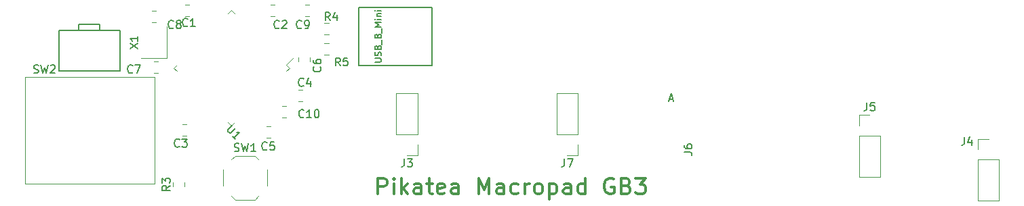
<source format=gbr>
%TF.GenerationSoftware,KiCad,Pcbnew,(5.1.5)-3*%
%TF.CreationDate,2021-05-14T13:57:35-05:00*%
%TF.ProjectId,Pikatea Macropad GB3,50696b61-7465-4612-904d-6163726f7061,rev?*%
%TF.SameCoordinates,Original*%
%TF.FileFunction,Legend,Top*%
%TF.FilePolarity,Positive*%
%FSLAX46Y46*%
G04 Gerber Fmt 4.6, Leading zero omitted, Abs format (unit mm)*
G04 Created by KiCad (PCBNEW (5.1.5)-3) date 2021-05-14 13:57:35*
%MOMM*%
%LPD*%
G04 APERTURE LIST*
%ADD10C,0.150000*%
%ADD11C,0.300000*%
%ADD12C,0.200000*%
%ADD13C,0.203200*%
%ADD14C,0.120000*%
G04 APERTURE END LIST*
D10*
X172735904Y-101004666D02*
X173212095Y-101004666D01*
X172640666Y-101290380D02*
X172974000Y-100290380D01*
X173307333Y-101290380D01*
D11*
X136368333Y-112918761D02*
X136368333Y-110918761D01*
X137130238Y-110918761D01*
X137320714Y-111014000D01*
X137415952Y-111109238D01*
X137511190Y-111299714D01*
X137511190Y-111585428D01*
X137415952Y-111775904D01*
X137320714Y-111871142D01*
X137130238Y-111966380D01*
X136368333Y-111966380D01*
X138368333Y-112918761D02*
X138368333Y-111585428D01*
X138368333Y-110918761D02*
X138273095Y-111014000D01*
X138368333Y-111109238D01*
X138463571Y-111014000D01*
X138368333Y-110918761D01*
X138368333Y-111109238D01*
X139320714Y-112918761D02*
X139320714Y-110918761D01*
X139511190Y-112156857D02*
X140082619Y-112918761D01*
X140082619Y-111585428D02*
X139320714Y-112347333D01*
X141796904Y-112918761D02*
X141796904Y-111871142D01*
X141701666Y-111680666D01*
X141511190Y-111585428D01*
X141130238Y-111585428D01*
X140939761Y-111680666D01*
X141796904Y-112823523D02*
X141606428Y-112918761D01*
X141130238Y-112918761D01*
X140939761Y-112823523D01*
X140844523Y-112633047D01*
X140844523Y-112442571D01*
X140939761Y-112252095D01*
X141130238Y-112156857D01*
X141606428Y-112156857D01*
X141796904Y-112061619D01*
X142463571Y-111585428D02*
X143225476Y-111585428D01*
X142749285Y-110918761D02*
X142749285Y-112633047D01*
X142844523Y-112823523D01*
X143035000Y-112918761D01*
X143225476Y-112918761D01*
X144654047Y-112823523D02*
X144463571Y-112918761D01*
X144082619Y-112918761D01*
X143892142Y-112823523D01*
X143796904Y-112633047D01*
X143796904Y-111871142D01*
X143892142Y-111680666D01*
X144082619Y-111585428D01*
X144463571Y-111585428D01*
X144654047Y-111680666D01*
X144749285Y-111871142D01*
X144749285Y-112061619D01*
X143796904Y-112252095D01*
X146463571Y-112918761D02*
X146463571Y-111871142D01*
X146368333Y-111680666D01*
X146177857Y-111585428D01*
X145796904Y-111585428D01*
X145606428Y-111680666D01*
X146463571Y-112823523D02*
X146273095Y-112918761D01*
X145796904Y-112918761D01*
X145606428Y-112823523D01*
X145511190Y-112633047D01*
X145511190Y-112442571D01*
X145606428Y-112252095D01*
X145796904Y-112156857D01*
X146273095Y-112156857D01*
X146463571Y-112061619D01*
X148939761Y-112918761D02*
X148939761Y-110918761D01*
X149606428Y-112347333D01*
X150273095Y-110918761D01*
X150273095Y-112918761D01*
X152082619Y-112918761D02*
X152082619Y-111871142D01*
X151987380Y-111680666D01*
X151796904Y-111585428D01*
X151415952Y-111585428D01*
X151225476Y-111680666D01*
X152082619Y-112823523D02*
X151892142Y-112918761D01*
X151415952Y-112918761D01*
X151225476Y-112823523D01*
X151130238Y-112633047D01*
X151130238Y-112442571D01*
X151225476Y-112252095D01*
X151415952Y-112156857D01*
X151892142Y-112156857D01*
X152082619Y-112061619D01*
X153892142Y-112823523D02*
X153701666Y-112918761D01*
X153320714Y-112918761D01*
X153130238Y-112823523D01*
X153035000Y-112728285D01*
X152939761Y-112537809D01*
X152939761Y-111966380D01*
X153035000Y-111775904D01*
X153130238Y-111680666D01*
X153320714Y-111585428D01*
X153701666Y-111585428D01*
X153892142Y-111680666D01*
X154749285Y-112918761D02*
X154749285Y-111585428D01*
X154749285Y-111966380D02*
X154844523Y-111775904D01*
X154939761Y-111680666D01*
X155130238Y-111585428D01*
X155320714Y-111585428D01*
X156273095Y-112918761D02*
X156082619Y-112823523D01*
X155987380Y-112728285D01*
X155892142Y-112537809D01*
X155892142Y-111966380D01*
X155987380Y-111775904D01*
X156082619Y-111680666D01*
X156273095Y-111585428D01*
X156558809Y-111585428D01*
X156749285Y-111680666D01*
X156844523Y-111775904D01*
X156939761Y-111966380D01*
X156939761Y-112537809D01*
X156844523Y-112728285D01*
X156749285Y-112823523D01*
X156558809Y-112918761D01*
X156273095Y-112918761D01*
X157796904Y-111585428D02*
X157796904Y-113585428D01*
X157796904Y-111680666D02*
X157987380Y-111585428D01*
X158368333Y-111585428D01*
X158558809Y-111680666D01*
X158654047Y-111775904D01*
X158749285Y-111966380D01*
X158749285Y-112537809D01*
X158654047Y-112728285D01*
X158558809Y-112823523D01*
X158368333Y-112918761D01*
X157987380Y-112918761D01*
X157796904Y-112823523D01*
X160463571Y-112918761D02*
X160463571Y-111871142D01*
X160368333Y-111680666D01*
X160177857Y-111585428D01*
X159796904Y-111585428D01*
X159606428Y-111680666D01*
X160463571Y-112823523D02*
X160273095Y-112918761D01*
X159796904Y-112918761D01*
X159606428Y-112823523D01*
X159511190Y-112633047D01*
X159511190Y-112442571D01*
X159606428Y-112252095D01*
X159796904Y-112156857D01*
X160273095Y-112156857D01*
X160463571Y-112061619D01*
X162273095Y-112918761D02*
X162273095Y-110918761D01*
X162273095Y-112823523D02*
X162082619Y-112918761D01*
X161701666Y-112918761D01*
X161511190Y-112823523D01*
X161415952Y-112728285D01*
X161320714Y-112537809D01*
X161320714Y-111966380D01*
X161415952Y-111775904D01*
X161511190Y-111680666D01*
X161701666Y-111585428D01*
X162082619Y-111585428D01*
X162273095Y-111680666D01*
X165796904Y-111014000D02*
X165606428Y-110918761D01*
X165320714Y-110918761D01*
X165035000Y-111014000D01*
X164844523Y-111204476D01*
X164749285Y-111394952D01*
X164654047Y-111775904D01*
X164654047Y-112061619D01*
X164749285Y-112442571D01*
X164844523Y-112633047D01*
X165035000Y-112823523D01*
X165320714Y-112918761D01*
X165511190Y-112918761D01*
X165796904Y-112823523D01*
X165892142Y-112728285D01*
X165892142Y-112061619D01*
X165511190Y-112061619D01*
X167415952Y-111871142D02*
X167701666Y-111966380D01*
X167796904Y-112061619D01*
X167892142Y-112252095D01*
X167892142Y-112537809D01*
X167796904Y-112728285D01*
X167701666Y-112823523D01*
X167511190Y-112918761D01*
X166749285Y-112918761D01*
X166749285Y-110918761D01*
X167415952Y-110918761D01*
X167606428Y-111014000D01*
X167701666Y-111109238D01*
X167796904Y-111299714D01*
X167796904Y-111490190D01*
X167701666Y-111680666D01*
X167606428Y-111775904D01*
X167415952Y-111871142D01*
X166749285Y-111871142D01*
X168558809Y-110918761D02*
X169796904Y-110918761D01*
X169130238Y-111680666D01*
X169415952Y-111680666D01*
X169606428Y-111775904D01*
X169701666Y-111871142D01*
X169796904Y-112061619D01*
X169796904Y-112537809D01*
X169701666Y-112728285D01*
X169606428Y-112823523D01*
X169415952Y-112918761D01*
X168844523Y-112918761D01*
X168654047Y-112823523D01*
X168558809Y-112728285D01*
D12*
%TO.C,J1*%
X101600000Y-92420000D02*
X101600000Y-91620000D01*
X101600000Y-91620000D02*
X99050000Y-91620000D01*
X99050000Y-91620000D02*
X99050000Y-92420000D01*
D13*
X96540000Y-92430000D02*
X104160000Y-92430000D01*
X104160000Y-97510000D02*
X96540000Y-97510000D01*
X96540000Y-97510000D02*
X96540000Y-92430000D01*
X104160000Y-92430000D02*
X104160000Y-97510000D01*
D14*
%TO.C,J7*%
X161330000Y-108030000D02*
X160000000Y-108030000D01*
X161330000Y-106700000D02*
X161330000Y-108030000D01*
X161330000Y-105430000D02*
X158670000Y-105430000D01*
X158670000Y-105430000D02*
X158670000Y-100290000D01*
X161330000Y-105430000D02*
X161330000Y-100290000D01*
X161330000Y-100290000D02*
X158670000Y-100290000D01*
%TO.C,J3*%
X141330000Y-108030000D02*
X140000000Y-108030000D01*
X141330000Y-106700000D02*
X141330000Y-108030000D01*
X141330000Y-105430000D02*
X138670000Y-105430000D01*
X138670000Y-105430000D02*
X138670000Y-100290000D01*
X141330000Y-105430000D02*
X141330000Y-100290000D01*
X141330000Y-100290000D02*
X138670000Y-100290000D01*
%TO.C,SW1*%
X118536000Y-108116000D02*
X121036000Y-108116000D01*
X117036000Y-109866000D02*
X117036000Y-111866000D01*
X118536000Y-113616000D02*
X121036000Y-113616000D01*
X122536000Y-109866000D02*
X122536000Y-111866000D01*
X118086000Y-108566000D02*
X118536000Y-108116000D01*
X121486000Y-108566000D02*
X121036000Y-108116000D01*
X121486000Y-113166000D02*
X121036000Y-113616000D01*
X118086000Y-113166000D02*
X118536000Y-113616000D01*
D12*
%TO.C,J2*%
X143160000Y-89510000D02*
X133960000Y-89510000D01*
X143160000Y-96810000D02*
X143160000Y-89510000D01*
X133960000Y-96810000D02*
X143160000Y-96810000D01*
X133960000Y-89510000D02*
X133960000Y-96810000D01*
D14*
%TO.C,X1*%
X110020000Y-95896000D02*
X110020000Y-91896000D01*
X106820000Y-95896000D02*
X110020000Y-95896000D01*
%TO.C,R5*%
X130221078Y-94020000D02*
X129703922Y-94020000D01*
X130221078Y-95440000D02*
X129703922Y-95440000D01*
%TO.C,R4*%
X130221078Y-91480000D02*
X129703922Y-91480000D01*
X130221078Y-92900000D02*
X129703922Y-92900000D01*
%TO.C,R3*%
X110796000Y-111422922D02*
X110796000Y-111940078D01*
X112216000Y-111422922D02*
X112216000Y-111940078D01*
%TO.C,J4*%
X211268000Y-105985000D02*
X212598000Y-105985000D01*
X211268000Y-107315000D02*
X211268000Y-105985000D01*
X211268000Y-108585000D02*
X213928000Y-108585000D01*
X213928000Y-108585000D02*
X213928000Y-113725000D01*
X211268000Y-108585000D02*
X211268000Y-113725000D01*
X211268000Y-113725000D02*
X213928000Y-113725000D01*
%TO.C,C10*%
X124376922Y-103326000D02*
X124894078Y-103326000D01*
X124376922Y-101906000D02*
X124894078Y-101906000D01*
%TO.C,C9*%
X127327922Y-90626000D02*
X127845078Y-90626000D01*
X127327922Y-89206000D02*
X127845078Y-89206000D01*
%TO.C,C8*%
X108120922Y-91388000D02*
X108638078Y-91388000D01*
X108120922Y-89968000D02*
X108638078Y-89968000D01*
%TO.C,C7*%
X108892078Y-96318000D02*
X108374922Y-96318000D01*
X108892078Y-97738000D02*
X108374922Y-97738000D01*
%TO.C,C6*%
X126470000Y-95748922D02*
X126470000Y-96266078D01*
X127890000Y-95748922D02*
X127890000Y-96266078D01*
%TO.C,C5*%
X122501922Y-105866000D02*
X123019078Y-105866000D01*
X122501922Y-104446000D02*
X123019078Y-104446000D01*
%TO.C,C4*%
X126408922Y-101294000D02*
X126926078Y-101294000D01*
X126408922Y-99874000D02*
X126926078Y-99874000D01*
%TO.C,C3*%
X112448078Y-104192000D02*
X111930922Y-104192000D01*
X112448078Y-105612000D02*
X111930922Y-105612000D01*
%TO.C,C2*%
X123009922Y-90626000D02*
X123527078Y-90626000D01*
X123009922Y-89206000D02*
X123527078Y-89206000D01*
%TO.C,C1*%
X112859078Y-89206000D02*
X112341922Y-89206000D01*
X112859078Y-90626000D02*
X112341922Y-90626000D01*
%TO.C,J5*%
X196430000Y-110720000D02*
X199090000Y-110720000D01*
X196430000Y-105580000D02*
X196430000Y-110720000D01*
X199090000Y-105580000D02*
X199090000Y-110720000D01*
X196430000Y-105580000D02*
X199090000Y-105580000D01*
X196430000Y-104310000D02*
X196430000Y-102980000D01*
X196430000Y-102980000D02*
X197760000Y-102980000D01*
%TO.C,SW2*%
X108500000Y-111600000D02*
X92300000Y-111600000D01*
X92300000Y-98200000D02*
X108500000Y-98200000D01*
X108500000Y-111600000D02*
X108500000Y-98200000D01*
X92300000Y-111600000D02*
X92300000Y-98200000D01*
%TO.C,U1*%
X111269955Y-96683414D02*
X110863369Y-97090000D01*
X110863369Y-97090000D02*
X111269955Y-97496586D01*
X117683414Y-90269955D02*
X118090000Y-89863369D01*
X118090000Y-89863369D02*
X118496586Y-90269955D01*
X118496586Y-103910045D02*
X118090000Y-104316631D01*
X118090000Y-104316631D02*
X117683414Y-103910045D01*
X124910045Y-97496586D02*
X125316631Y-97090000D01*
X125316631Y-97090000D02*
X124910045Y-96683414D01*
X124910045Y-96683414D02*
X125822213Y-95771246D01*
%TO.C,J6*%
D10*
X174585380Y-107648333D02*
X175299666Y-107648333D01*
X175442523Y-107695952D01*
X175537761Y-107791190D01*
X175585380Y-107934047D01*
X175585380Y-108029285D01*
X174585380Y-106743571D02*
X174585380Y-106934047D01*
X174633000Y-107029285D01*
X174680619Y-107076904D01*
X174823476Y-107172142D01*
X175013952Y-107219761D01*
X175394904Y-107219761D01*
X175490142Y-107172142D01*
X175537761Y-107124523D01*
X175585380Y-107029285D01*
X175585380Y-106838809D01*
X175537761Y-106743571D01*
X175490142Y-106695952D01*
X175394904Y-106648333D01*
X175156809Y-106648333D01*
X175061571Y-106695952D01*
X175013952Y-106743571D01*
X174966333Y-106838809D01*
X174966333Y-107029285D01*
X175013952Y-107124523D01*
X175061571Y-107172142D01*
X175156809Y-107219761D01*
%TO.C,J7*%
X159666666Y-108482380D02*
X159666666Y-109196666D01*
X159619047Y-109339523D01*
X159523809Y-109434761D01*
X159380952Y-109482380D01*
X159285714Y-109482380D01*
X160047619Y-108482380D02*
X160714285Y-108482380D01*
X160285714Y-109482380D01*
%TO.C,J3*%
X139666666Y-108482380D02*
X139666666Y-109196666D01*
X139619047Y-109339523D01*
X139523809Y-109434761D01*
X139380952Y-109482380D01*
X139285714Y-109482380D01*
X140047619Y-108482380D02*
X140666666Y-108482380D01*
X140333333Y-108863333D01*
X140476190Y-108863333D01*
X140571428Y-108910952D01*
X140619047Y-108958571D01*
X140666666Y-109053809D01*
X140666666Y-109291904D01*
X140619047Y-109387142D01*
X140571428Y-109434761D01*
X140476190Y-109482380D01*
X140190476Y-109482380D01*
X140095238Y-109434761D01*
X140047619Y-109387142D01*
%TO.C,SW1*%
X118452666Y-107520761D02*
X118595523Y-107568380D01*
X118833619Y-107568380D01*
X118928857Y-107520761D01*
X118976476Y-107473142D01*
X119024095Y-107377904D01*
X119024095Y-107282666D01*
X118976476Y-107187428D01*
X118928857Y-107139809D01*
X118833619Y-107092190D01*
X118643142Y-107044571D01*
X118547904Y-106996952D01*
X118500285Y-106949333D01*
X118452666Y-106854095D01*
X118452666Y-106758857D01*
X118500285Y-106663619D01*
X118547904Y-106616000D01*
X118643142Y-106568380D01*
X118881238Y-106568380D01*
X119024095Y-106616000D01*
X119357428Y-106568380D02*
X119595523Y-107568380D01*
X119786000Y-106854095D01*
X119976476Y-107568380D01*
X120214571Y-106568380D01*
X121119333Y-107568380D02*
X120547904Y-107568380D01*
X120833619Y-107568380D02*
X120833619Y-106568380D01*
X120738380Y-106711238D01*
X120643142Y-106806476D01*
X120547904Y-106854095D01*
%TO.C,J2*%
X135981904Y-96359047D02*
X136629523Y-96359047D01*
X136705714Y-96320952D01*
X136743809Y-96282857D01*
X136781904Y-96206666D01*
X136781904Y-96054285D01*
X136743809Y-95978095D01*
X136705714Y-95940000D01*
X136629523Y-95901904D01*
X135981904Y-95901904D01*
X136743809Y-95559047D02*
X136781904Y-95444761D01*
X136781904Y-95254285D01*
X136743809Y-95178095D01*
X136705714Y-95140000D01*
X136629523Y-95101904D01*
X136553333Y-95101904D01*
X136477142Y-95140000D01*
X136439047Y-95178095D01*
X136400952Y-95254285D01*
X136362857Y-95406666D01*
X136324761Y-95482857D01*
X136286666Y-95520952D01*
X136210476Y-95559047D01*
X136134285Y-95559047D01*
X136058095Y-95520952D01*
X136020000Y-95482857D01*
X135981904Y-95406666D01*
X135981904Y-95216190D01*
X136020000Y-95101904D01*
X136362857Y-94492380D02*
X136400952Y-94378095D01*
X136439047Y-94340000D01*
X136515238Y-94301904D01*
X136629523Y-94301904D01*
X136705714Y-94340000D01*
X136743809Y-94378095D01*
X136781904Y-94454285D01*
X136781904Y-94759047D01*
X135981904Y-94759047D01*
X135981904Y-94492380D01*
X136020000Y-94416190D01*
X136058095Y-94378095D01*
X136134285Y-94340000D01*
X136210476Y-94340000D01*
X136286666Y-94378095D01*
X136324761Y-94416190D01*
X136362857Y-94492380D01*
X136362857Y-94759047D01*
X136858095Y-94149523D02*
X136858095Y-93540000D01*
X136362857Y-93082857D02*
X136400952Y-92968571D01*
X136439047Y-92930476D01*
X136515238Y-92892380D01*
X136629523Y-92892380D01*
X136705714Y-92930476D01*
X136743809Y-92968571D01*
X136781904Y-93044761D01*
X136781904Y-93349523D01*
X135981904Y-93349523D01*
X135981904Y-93082857D01*
X136020000Y-93006666D01*
X136058095Y-92968571D01*
X136134285Y-92930476D01*
X136210476Y-92930476D01*
X136286666Y-92968571D01*
X136324761Y-93006666D01*
X136362857Y-93082857D01*
X136362857Y-93349523D01*
X136858095Y-92740000D02*
X136858095Y-92130476D01*
X136781904Y-91940000D02*
X135981904Y-91940000D01*
X136553333Y-91673333D01*
X135981904Y-91406666D01*
X136781904Y-91406666D01*
X136781904Y-91025714D02*
X136248571Y-91025714D01*
X135981904Y-91025714D02*
X136020000Y-91063809D01*
X136058095Y-91025714D01*
X136020000Y-90987619D01*
X135981904Y-91025714D01*
X136058095Y-91025714D01*
X136248571Y-90644761D02*
X136781904Y-90644761D01*
X136324761Y-90644761D02*
X136286666Y-90606666D01*
X136248571Y-90530476D01*
X136248571Y-90416190D01*
X136286666Y-90340000D01*
X136362857Y-90301904D01*
X136781904Y-90301904D01*
X136781904Y-89920952D02*
X136248571Y-89920952D01*
X135981904Y-89920952D02*
X136020000Y-89959047D01*
X136058095Y-89920952D01*
X136020000Y-89882857D01*
X135981904Y-89920952D01*
X136058095Y-89920952D01*
%TO.C,X1*%
X105422380Y-94705523D02*
X106422380Y-94038857D01*
X105422380Y-94038857D02*
X106422380Y-94705523D01*
X106422380Y-93134095D02*
X106422380Y-93705523D01*
X106422380Y-93419809D02*
X105422380Y-93419809D01*
X105565238Y-93515047D01*
X105660476Y-93610285D01*
X105708095Y-93705523D01*
%TO.C,R5*%
X131659333Y-96832380D02*
X131326000Y-96356190D01*
X131087904Y-96832380D02*
X131087904Y-95832380D01*
X131468857Y-95832380D01*
X131564095Y-95880000D01*
X131611714Y-95927619D01*
X131659333Y-96022857D01*
X131659333Y-96165714D01*
X131611714Y-96260952D01*
X131564095Y-96308571D01*
X131468857Y-96356190D01*
X131087904Y-96356190D01*
X132564095Y-95832380D02*
X132087904Y-95832380D01*
X132040285Y-96308571D01*
X132087904Y-96260952D01*
X132183142Y-96213333D01*
X132421238Y-96213333D01*
X132516476Y-96260952D01*
X132564095Y-96308571D01*
X132611714Y-96403809D01*
X132611714Y-96641904D01*
X132564095Y-96737142D01*
X132516476Y-96784761D01*
X132421238Y-96832380D01*
X132183142Y-96832380D01*
X132087904Y-96784761D01*
X132040285Y-96737142D01*
%TO.C,R4*%
X130389333Y-91130380D02*
X130056000Y-90654190D01*
X129817904Y-91130380D02*
X129817904Y-90130380D01*
X130198857Y-90130380D01*
X130294095Y-90178000D01*
X130341714Y-90225619D01*
X130389333Y-90320857D01*
X130389333Y-90463714D01*
X130341714Y-90558952D01*
X130294095Y-90606571D01*
X130198857Y-90654190D01*
X129817904Y-90654190D01*
X131246476Y-90463714D02*
X131246476Y-91130380D01*
X131008380Y-90082761D02*
X130770285Y-90797047D01*
X131389333Y-90797047D01*
%TO.C,R3*%
X110434380Y-111848166D02*
X109958190Y-112181500D01*
X110434380Y-112419595D02*
X109434380Y-112419595D01*
X109434380Y-112038642D01*
X109482000Y-111943404D01*
X109529619Y-111895785D01*
X109624857Y-111848166D01*
X109767714Y-111848166D01*
X109862952Y-111895785D01*
X109910571Y-111943404D01*
X109958190Y-112038642D01*
X109958190Y-112419595D01*
X109434380Y-111514833D02*
X109434380Y-110895785D01*
X109815333Y-111229119D01*
X109815333Y-111086261D01*
X109862952Y-110991023D01*
X109910571Y-110943404D01*
X110005809Y-110895785D01*
X110243904Y-110895785D01*
X110339142Y-110943404D01*
X110386761Y-110991023D01*
X110434380Y-111086261D01*
X110434380Y-111371976D01*
X110386761Y-111467214D01*
X110339142Y-111514833D01*
%TO.C,J4*%
X209597666Y-105751380D02*
X209597666Y-106465666D01*
X209550047Y-106608523D01*
X209454809Y-106703761D01*
X209311952Y-106751380D01*
X209216714Y-106751380D01*
X210502428Y-106084714D02*
X210502428Y-106751380D01*
X210264333Y-105703761D02*
X210026238Y-106418047D01*
X210645285Y-106418047D01*
%TO.C,C10*%
X127119142Y-103227142D02*
X127071523Y-103274761D01*
X126928666Y-103322380D01*
X126833428Y-103322380D01*
X126690571Y-103274761D01*
X126595333Y-103179523D01*
X126547714Y-103084285D01*
X126500095Y-102893809D01*
X126500095Y-102750952D01*
X126547714Y-102560476D01*
X126595333Y-102465238D01*
X126690571Y-102370000D01*
X126833428Y-102322380D01*
X126928666Y-102322380D01*
X127071523Y-102370000D01*
X127119142Y-102417619D01*
X128071523Y-103322380D02*
X127500095Y-103322380D01*
X127785809Y-103322380D02*
X127785809Y-102322380D01*
X127690571Y-102465238D01*
X127595333Y-102560476D01*
X127500095Y-102608095D01*
X128690571Y-102322380D02*
X128785809Y-102322380D01*
X128881047Y-102370000D01*
X128928666Y-102417619D01*
X128976285Y-102512857D01*
X129023904Y-102703333D01*
X129023904Y-102941428D01*
X128976285Y-103131904D01*
X128928666Y-103227142D01*
X128881047Y-103274761D01*
X128785809Y-103322380D01*
X128690571Y-103322380D01*
X128595333Y-103274761D01*
X128547714Y-103227142D01*
X128500095Y-103131904D01*
X128452476Y-102941428D01*
X128452476Y-102703333D01*
X128500095Y-102512857D01*
X128547714Y-102417619D01*
X128595333Y-102370000D01*
X128690571Y-102322380D01*
%TO.C,C9*%
X126833333Y-92051142D02*
X126785714Y-92098761D01*
X126642857Y-92146380D01*
X126547619Y-92146380D01*
X126404761Y-92098761D01*
X126309523Y-92003523D01*
X126261904Y-91908285D01*
X126214285Y-91717809D01*
X126214285Y-91574952D01*
X126261904Y-91384476D01*
X126309523Y-91289238D01*
X126404761Y-91194000D01*
X126547619Y-91146380D01*
X126642857Y-91146380D01*
X126785714Y-91194000D01*
X126833333Y-91241619D01*
X127309523Y-92146380D02*
X127500000Y-92146380D01*
X127595238Y-92098761D01*
X127642857Y-92051142D01*
X127738095Y-91908285D01*
X127785714Y-91717809D01*
X127785714Y-91336857D01*
X127738095Y-91241619D01*
X127690476Y-91194000D01*
X127595238Y-91146380D01*
X127404761Y-91146380D01*
X127309523Y-91194000D01*
X127261904Y-91241619D01*
X127214285Y-91336857D01*
X127214285Y-91574952D01*
X127261904Y-91670190D01*
X127309523Y-91717809D01*
X127404761Y-91765428D01*
X127595238Y-91765428D01*
X127690476Y-91717809D01*
X127738095Y-91670190D01*
X127785714Y-91574952D01*
%TO.C,C8*%
X110831333Y-92051142D02*
X110783714Y-92098761D01*
X110640857Y-92146380D01*
X110545619Y-92146380D01*
X110402761Y-92098761D01*
X110307523Y-92003523D01*
X110259904Y-91908285D01*
X110212285Y-91717809D01*
X110212285Y-91574952D01*
X110259904Y-91384476D01*
X110307523Y-91289238D01*
X110402761Y-91194000D01*
X110545619Y-91146380D01*
X110640857Y-91146380D01*
X110783714Y-91194000D01*
X110831333Y-91241619D01*
X111402761Y-91574952D02*
X111307523Y-91527333D01*
X111259904Y-91479714D01*
X111212285Y-91384476D01*
X111212285Y-91336857D01*
X111259904Y-91241619D01*
X111307523Y-91194000D01*
X111402761Y-91146380D01*
X111593238Y-91146380D01*
X111688476Y-91194000D01*
X111736095Y-91241619D01*
X111783714Y-91336857D01*
X111783714Y-91384476D01*
X111736095Y-91479714D01*
X111688476Y-91527333D01*
X111593238Y-91574952D01*
X111402761Y-91574952D01*
X111307523Y-91622571D01*
X111259904Y-91670190D01*
X111212285Y-91765428D01*
X111212285Y-91955904D01*
X111259904Y-92051142D01*
X111307523Y-92098761D01*
X111402761Y-92146380D01*
X111593238Y-92146380D01*
X111688476Y-92098761D01*
X111736095Y-92051142D01*
X111783714Y-91955904D01*
X111783714Y-91765428D01*
X111736095Y-91670190D01*
X111688476Y-91622571D01*
X111593238Y-91574952D01*
%TO.C,C7*%
X105751333Y-97639142D02*
X105703714Y-97686761D01*
X105560857Y-97734380D01*
X105465619Y-97734380D01*
X105322761Y-97686761D01*
X105227523Y-97591523D01*
X105179904Y-97496285D01*
X105132285Y-97305809D01*
X105132285Y-97162952D01*
X105179904Y-96972476D01*
X105227523Y-96877238D01*
X105322761Y-96782000D01*
X105465619Y-96734380D01*
X105560857Y-96734380D01*
X105703714Y-96782000D01*
X105751333Y-96829619D01*
X106084666Y-96734380D02*
X106751333Y-96734380D01*
X106322761Y-97734380D01*
%TO.C,C6*%
X129187142Y-96940666D02*
X129234761Y-96988285D01*
X129282380Y-97131142D01*
X129282380Y-97226380D01*
X129234761Y-97369238D01*
X129139523Y-97464476D01*
X129044285Y-97512095D01*
X128853809Y-97559714D01*
X128710952Y-97559714D01*
X128520476Y-97512095D01*
X128425238Y-97464476D01*
X128330000Y-97369238D01*
X128282380Y-97226380D01*
X128282380Y-97131142D01*
X128330000Y-96988285D01*
X128377619Y-96940666D01*
X128282380Y-96083523D02*
X128282380Y-96274000D01*
X128330000Y-96369238D01*
X128377619Y-96416857D01*
X128520476Y-96512095D01*
X128710952Y-96559714D01*
X129091904Y-96559714D01*
X129187142Y-96512095D01*
X129234761Y-96464476D01*
X129282380Y-96369238D01*
X129282380Y-96178761D01*
X129234761Y-96083523D01*
X129187142Y-96035904D01*
X129091904Y-95988285D01*
X128853809Y-95988285D01*
X128758571Y-96035904D01*
X128710952Y-96083523D01*
X128663333Y-96178761D01*
X128663333Y-96369238D01*
X128710952Y-96464476D01*
X128758571Y-96512095D01*
X128853809Y-96559714D01*
%TO.C,C5*%
X122515333Y-107291142D02*
X122467714Y-107338761D01*
X122324857Y-107386380D01*
X122229619Y-107386380D01*
X122086761Y-107338761D01*
X121991523Y-107243523D01*
X121943904Y-107148285D01*
X121896285Y-106957809D01*
X121896285Y-106814952D01*
X121943904Y-106624476D01*
X121991523Y-106529238D01*
X122086761Y-106434000D01*
X122229619Y-106386380D01*
X122324857Y-106386380D01*
X122467714Y-106434000D01*
X122515333Y-106481619D01*
X123420095Y-106386380D02*
X122943904Y-106386380D01*
X122896285Y-106862571D01*
X122943904Y-106814952D01*
X123039142Y-106767333D01*
X123277238Y-106767333D01*
X123372476Y-106814952D01*
X123420095Y-106862571D01*
X123467714Y-106957809D01*
X123467714Y-107195904D01*
X123420095Y-107291142D01*
X123372476Y-107338761D01*
X123277238Y-107386380D01*
X123039142Y-107386380D01*
X122943904Y-107338761D01*
X122896285Y-107291142D01*
%TO.C,C4*%
X127087333Y-99291142D02*
X127039714Y-99338761D01*
X126896857Y-99386380D01*
X126801619Y-99386380D01*
X126658761Y-99338761D01*
X126563523Y-99243523D01*
X126515904Y-99148285D01*
X126468285Y-98957809D01*
X126468285Y-98814952D01*
X126515904Y-98624476D01*
X126563523Y-98529238D01*
X126658761Y-98434000D01*
X126801619Y-98386380D01*
X126896857Y-98386380D01*
X127039714Y-98434000D01*
X127087333Y-98481619D01*
X127944476Y-98719714D02*
X127944476Y-99386380D01*
X127706380Y-98338761D02*
X127468285Y-99053047D01*
X128087333Y-99053047D01*
%TO.C,C3*%
X111593333Y-106909142D02*
X111545714Y-106956761D01*
X111402857Y-107004380D01*
X111307619Y-107004380D01*
X111164761Y-106956761D01*
X111069523Y-106861523D01*
X111021904Y-106766285D01*
X110974285Y-106575809D01*
X110974285Y-106432952D01*
X111021904Y-106242476D01*
X111069523Y-106147238D01*
X111164761Y-106052000D01*
X111307619Y-106004380D01*
X111402857Y-106004380D01*
X111545714Y-106052000D01*
X111593333Y-106099619D01*
X111926666Y-106004380D02*
X112545714Y-106004380D01*
X112212380Y-106385333D01*
X112355238Y-106385333D01*
X112450476Y-106432952D01*
X112498095Y-106480571D01*
X112545714Y-106575809D01*
X112545714Y-106813904D01*
X112498095Y-106909142D01*
X112450476Y-106956761D01*
X112355238Y-107004380D01*
X112069523Y-107004380D01*
X111974285Y-106956761D01*
X111926666Y-106909142D01*
%TO.C,C2*%
X124039333Y-92051142D02*
X123991714Y-92098761D01*
X123848857Y-92146380D01*
X123753619Y-92146380D01*
X123610761Y-92098761D01*
X123515523Y-92003523D01*
X123467904Y-91908285D01*
X123420285Y-91717809D01*
X123420285Y-91574952D01*
X123467904Y-91384476D01*
X123515523Y-91289238D01*
X123610761Y-91194000D01*
X123753619Y-91146380D01*
X123848857Y-91146380D01*
X123991714Y-91194000D01*
X124039333Y-91241619D01*
X124420285Y-91241619D02*
X124467904Y-91194000D01*
X124563142Y-91146380D01*
X124801238Y-91146380D01*
X124896476Y-91194000D01*
X124944095Y-91241619D01*
X124991714Y-91336857D01*
X124991714Y-91432095D01*
X124944095Y-91574952D01*
X124372666Y-92146380D01*
X124991714Y-92146380D01*
%TO.C,C1*%
X112609333Y-91797142D02*
X112561714Y-91844761D01*
X112418857Y-91892380D01*
X112323619Y-91892380D01*
X112180761Y-91844761D01*
X112085523Y-91749523D01*
X112037904Y-91654285D01*
X111990285Y-91463809D01*
X111990285Y-91320952D01*
X112037904Y-91130476D01*
X112085523Y-91035238D01*
X112180761Y-90940000D01*
X112323619Y-90892380D01*
X112418857Y-90892380D01*
X112561714Y-90940000D01*
X112609333Y-90987619D01*
X113561714Y-91892380D02*
X112990285Y-91892380D01*
X113276000Y-91892380D02*
X113276000Y-90892380D01*
X113180761Y-91035238D01*
X113085523Y-91130476D01*
X112990285Y-91178095D01*
%TO.C,J5*%
X197426666Y-101432380D02*
X197426666Y-102146666D01*
X197379047Y-102289523D01*
X197283809Y-102384761D01*
X197140952Y-102432380D01*
X197045714Y-102432380D01*
X198379047Y-101432380D02*
X197902857Y-101432380D01*
X197855238Y-101908571D01*
X197902857Y-101860952D01*
X197998095Y-101813333D01*
X198236190Y-101813333D01*
X198331428Y-101860952D01*
X198379047Y-101908571D01*
X198426666Y-102003809D01*
X198426666Y-102241904D01*
X198379047Y-102337142D01*
X198331428Y-102384761D01*
X198236190Y-102432380D01*
X197998095Y-102432380D01*
X197902857Y-102384761D01*
X197855238Y-102337142D01*
%TO.C,SW2*%
X93408666Y-97686761D02*
X93551523Y-97734380D01*
X93789619Y-97734380D01*
X93884857Y-97686761D01*
X93932476Y-97639142D01*
X93980095Y-97543904D01*
X93980095Y-97448666D01*
X93932476Y-97353428D01*
X93884857Y-97305809D01*
X93789619Y-97258190D01*
X93599142Y-97210571D01*
X93503904Y-97162952D01*
X93456285Y-97115333D01*
X93408666Y-97020095D01*
X93408666Y-96924857D01*
X93456285Y-96829619D01*
X93503904Y-96782000D01*
X93599142Y-96734380D01*
X93837238Y-96734380D01*
X93980095Y-96782000D01*
X94313428Y-96734380D02*
X94551523Y-97734380D01*
X94742000Y-97020095D01*
X94932476Y-97734380D01*
X95170571Y-96734380D01*
X95503904Y-96829619D02*
X95551523Y-96782000D01*
X95646761Y-96734380D01*
X95884857Y-96734380D01*
X95980095Y-96782000D01*
X96027714Y-96829619D01*
X96075333Y-96924857D01*
X96075333Y-97020095D01*
X96027714Y-97162952D01*
X95456285Y-97734380D01*
X96075333Y-97734380D01*
%TO.C,U1*%
X118212477Y-104230026D02*
X117640057Y-104802446D01*
X117606385Y-104903461D01*
X117606385Y-104970805D01*
X117640057Y-105071820D01*
X117774744Y-105206507D01*
X117875759Y-105240179D01*
X117943103Y-105240179D01*
X118044118Y-105206507D01*
X118616538Y-104634087D01*
X118616538Y-106048301D02*
X118212477Y-105644240D01*
X118414507Y-105846270D02*
X119121614Y-105139164D01*
X118953255Y-105172835D01*
X118818568Y-105172835D01*
X118717553Y-105139164D01*
%TD*%
M02*

</source>
